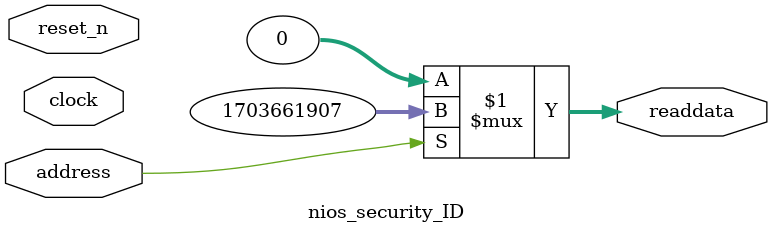
<source format=v>



// synthesis translate_off
`timescale 1ns / 1ps
// synthesis translate_on

// turn off superfluous verilog processor warnings 
// altera message_level Level1 
// altera message_off 10034 10035 10036 10037 10230 10240 10030 

module nios_security_ID (
               // inputs:
                address,
                clock,
                reset_n,

               // outputs:
                readdata
             )
;

  output  [ 31: 0] readdata;
  input            address;
  input            clock;
  input            reset_n;

  wire    [ 31: 0] readdata;
  //control_slave, which is an e_avalon_slave
  assign readdata = address ? 1703661907 : 0;

endmodule



</source>
